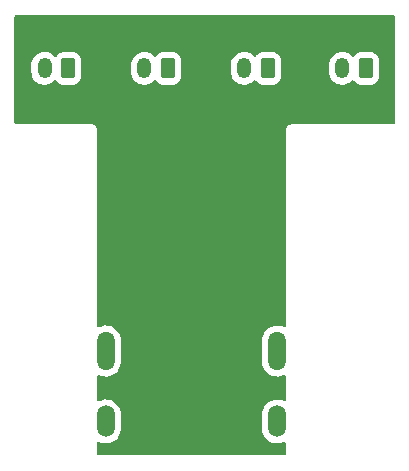
<source format=gbr>
%TF.GenerationSoftware,KiCad,Pcbnew,(6.0.5)*%
%TF.CreationDate,2022-06-07T14:01:26-06:00*%
%TF.ProjectId,21Pin_Fanout,32315069-6e5f-4466-916e-6f75742e6b69,rev?*%
%TF.SameCoordinates,Original*%
%TF.FileFunction,Copper,L2,Bot*%
%TF.FilePolarity,Positive*%
%FSLAX46Y46*%
G04 Gerber Fmt 4.6, Leading zero omitted, Abs format (unit mm)*
G04 Created by KiCad (PCBNEW (6.0.5)) date 2022-06-07 14:01:26*
%MOMM*%
%LPD*%
G01*
G04 APERTURE LIST*
G04 Aperture macros list*
%AMRoundRect*
0 Rectangle with rounded corners*
0 $1 Rounding radius*
0 $2 $3 $4 $5 $6 $7 $8 $9 X,Y pos of 4 corners*
0 Add a 4 corners polygon primitive as box body*
4,1,4,$2,$3,$4,$5,$6,$7,$8,$9,$2,$3,0*
0 Add four circle primitives for the rounded corners*
1,1,$1+$1,$2,$3*
1,1,$1+$1,$4,$5*
1,1,$1+$1,$6,$7*
1,1,$1+$1,$8,$9*
0 Add four rect primitives between the rounded corners*
20,1,$1+$1,$2,$3,$4,$5,0*
20,1,$1+$1,$4,$5,$6,$7,0*
20,1,$1+$1,$6,$7,$8,$9,0*
20,1,$1+$1,$8,$9,$2,$3,0*%
G04 Aperture macros list end*
%TA.AperFunction,ComponentPad*%
%ADD10O,1.500000X2.700000*%
%TD*%
%TA.AperFunction,ComponentPad*%
%ADD11O,1.500000X3.300000*%
%TD*%
%TA.AperFunction,ComponentPad*%
%ADD12RoundRect,0.250000X0.350000X0.625000X-0.350000X0.625000X-0.350000X-0.625000X0.350000X-0.625000X0*%
%TD*%
%TA.AperFunction,ComponentPad*%
%ADD13O,1.200000X1.750000*%
%TD*%
%TA.AperFunction,ViaPad*%
%ADD14C,0.800000*%
%TD*%
G04 APERTURE END LIST*
D10*
%TO.P,J1,20*%
%TO.N,N/C*%
X7250000Y-3396000D03*
%TO.P,J1,21*%
X-7250000Y-3396000D03*
D11*
%TO.P,J1,22*%
X7250000Y2564000D03*
%TO.P,J1,23*%
X-7250000Y2564000D03*
%TD*%
D12*
%TO.P,J3,1,Pin_1*%
%TO.N,Net-(J1-Pad10)*%
X-10450000Y26500000D03*
D13*
%TO.P,J3,2,Pin_2*%
%TO.N,Net-(J1-Pad12)*%
X-12450000Y26500000D03*
%TD*%
D12*
%TO.P,J2,1,Pin_1*%
%TO.N,Net-(J1-Pad7)*%
X-2000000Y26500000D03*
D13*
%TO.P,J2,2,Pin_2*%
%TO.N,Net-(J1-Pad9)*%
X-4000000Y26500000D03*
%TD*%
D12*
%TO.P,J4,1,Pin_1*%
%TO.N,Net-(J1-Pad1)*%
X14750000Y26500000D03*
D13*
%TO.P,J4,2,Pin_2*%
%TO.N,Net-(J1-Pad3)*%
X12750000Y26500000D03*
%TD*%
D12*
%TO.P,J5,1,Pin_1*%
%TO.N,Net-(J1-Pad4)*%
X6450000Y26500000D03*
D13*
%TO.P,J5,2,Pin_2*%
%TO.N,Net-(J1-Pad6)*%
X4450000Y26500000D03*
%TD*%
D14*
%TO.N,GND*%
X-3500000Y6000000D03*
X4284930Y8940570D03*
X2829715Y10170285D03*
X1224500Y11250000D03*
X-275500Y12750000D03*
%TD*%
%TA.AperFunction,Conductor*%
%TO.N,GND*%
G36*
X17183621Y30971498D02*
G01*
X17230114Y30917842D01*
X17241500Y30865500D01*
X17241500Y21884500D01*
X17221498Y21816379D01*
X17167842Y21769886D01*
X17115500Y21758500D01*
X8508623Y21758500D01*
X8507853Y21758502D01*
X8507037Y21758507D01*
X8430279Y21758976D01*
X8407918Y21752585D01*
X8401847Y21750850D01*
X8385085Y21747272D01*
X8355813Y21743080D01*
X8347645Y21739366D01*
X8347644Y21739366D01*
X8332438Y21732452D01*
X8314914Y21726004D01*
X8290229Y21718949D01*
X8282635Y21714157D01*
X8282632Y21714156D01*
X8265220Y21703170D01*
X8250137Y21695031D01*
X8223218Y21682792D01*
X8216416Y21676931D01*
X8203765Y21666030D01*
X8188761Y21654927D01*
X8167042Y21641224D01*
X8161103Y21634499D01*
X8161099Y21634496D01*
X8147468Y21619062D01*
X8135276Y21607018D01*
X8119673Y21593573D01*
X8119671Y21593570D01*
X8112873Y21587713D01*
X8107993Y21580184D01*
X8107992Y21580183D01*
X8098906Y21566165D01*
X8087615Y21551291D01*
X8076569Y21538783D01*
X8070622Y21532049D01*
X8064312Y21518609D01*
X8058058Y21505289D01*
X8049737Y21490309D01*
X8038529Y21473017D01*
X8038527Y21473012D01*
X8033648Y21465485D01*
X8031078Y21456892D01*
X8031076Y21456887D01*
X8026289Y21440880D01*
X8019628Y21423436D01*
X8012533Y21408324D01*
X8008719Y21400200D01*
X8007338Y21391333D01*
X8007338Y21391332D01*
X8004170Y21370985D01*
X8000387Y21354268D01*
X7994485Y21334534D01*
X7994484Y21334528D01*
X7991914Y21325934D01*
X7991859Y21316963D01*
X7991859Y21316962D01*
X7991704Y21291503D01*
X7991671Y21290711D01*
X7991500Y21289614D01*
X7991500Y21258623D01*
X7991498Y21257853D01*
X7991024Y21180279D01*
X7991408Y21178935D01*
X7991500Y21177590D01*
X7991500Y4705927D01*
X7971498Y4637806D01*
X7917842Y4591313D01*
X7847568Y4581209D01*
X7814855Y4590554D01*
X7658180Y4659330D01*
X7658167Y4659335D01*
X7653033Y4661588D01*
X7647582Y4662897D01*
X7647578Y4662898D01*
X7440046Y4712722D01*
X7440045Y4712722D01*
X7434589Y4714032D01*
X7350525Y4718879D01*
X7215917Y4726640D01*
X7215914Y4726640D01*
X7210310Y4726963D01*
X6987285Y4699975D01*
X6772565Y4633918D01*
X6767585Y4631348D01*
X6767581Y4631346D01*
X6577919Y4533454D01*
X6572936Y4530882D01*
X6394708Y4394123D01*
X6243515Y4227964D01*
X6124136Y4037656D01*
X6040344Y3829217D01*
X5994787Y3609233D01*
X5991500Y3552225D01*
X5991500Y1607001D01*
X5991749Y1604214D01*
X5991749Y1604208D01*
X5998009Y1534071D01*
X6006383Y1440238D01*
X6065663Y1223549D01*
X6162378Y1020782D01*
X6293471Y838346D01*
X6454799Y682008D01*
X6641262Y556710D01*
X6846967Y466412D01*
X6852418Y465103D01*
X6852422Y465102D01*
X7025503Y423549D01*
X7065411Y413968D01*
X7149475Y409121D01*
X7284083Y401360D01*
X7284086Y401360D01*
X7289690Y401037D01*
X7512715Y428025D01*
X7727435Y494082D01*
X7732415Y496652D01*
X7732419Y496654D01*
X7807710Y535515D01*
X7877417Y548984D01*
X7943341Y522629D01*
X7984550Y464816D01*
X7991500Y423549D01*
X7991500Y-1554073D01*
X7971498Y-1622194D01*
X7917842Y-1668687D01*
X7847568Y-1678791D01*
X7814855Y-1669446D01*
X7658180Y-1600670D01*
X7658167Y-1600665D01*
X7653033Y-1598412D01*
X7647582Y-1597103D01*
X7647578Y-1597102D01*
X7440046Y-1547278D01*
X7440045Y-1547278D01*
X7434589Y-1545968D01*
X7350525Y-1541121D01*
X7215917Y-1533360D01*
X7215914Y-1533360D01*
X7210310Y-1533037D01*
X6987285Y-1560025D01*
X6772565Y-1626082D01*
X6767585Y-1628652D01*
X6767581Y-1628654D01*
X6577919Y-1726546D01*
X6572936Y-1729118D01*
X6394708Y-1865877D01*
X6243515Y-2032036D01*
X6124136Y-2222344D01*
X6040344Y-2430783D01*
X5994787Y-2650767D01*
X5991500Y-2707775D01*
X5991500Y-4052999D01*
X5991749Y-4055786D01*
X5991749Y-4055792D01*
X5998009Y-4125929D01*
X6006383Y-4219762D01*
X6065663Y-4436451D01*
X6162378Y-4639218D01*
X6293471Y-4821654D01*
X6454799Y-4977992D01*
X6641262Y-5103290D01*
X6846967Y-5193588D01*
X6852418Y-5194897D01*
X6852422Y-5194898D01*
X7025503Y-5236451D01*
X7065411Y-5246032D01*
X7149475Y-5250879D01*
X7284083Y-5258640D01*
X7284086Y-5258640D01*
X7289690Y-5258963D01*
X7512715Y-5231975D01*
X7727435Y-5165918D01*
X7732415Y-5163348D01*
X7732419Y-5163346D01*
X7807710Y-5124485D01*
X7877417Y-5111016D01*
X7943341Y-5137371D01*
X7984550Y-5195184D01*
X7991500Y-5236451D01*
X7991500Y-6115500D01*
X7971498Y-6183621D01*
X7917842Y-6230114D01*
X7865500Y-6241500D01*
X-7865500Y-6241500D01*
X-7933621Y-6221498D01*
X-7980114Y-6167842D01*
X-7991500Y-6115500D01*
X-7991500Y-5237927D01*
X-7971498Y-5169806D01*
X-7917842Y-5123313D01*
X-7847568Y-5113209D01*
X-7814855Y-5122554D01*
X-7658180Y-5191330D01*
X-7658167Y-5191335D01*
X-7653033Y-5193588D01*
X-7647582Y-5194897D01*
X-7647578Y-5194898D01*
X-7474497Y-5236451D01*
X-7434589Y-5246032D01*
X-7350525Y-5250879D01*
X-7215917Y-5258640D01*
X-7215914Y-5258640D01*
X-7210310Y-5258963D01*
X-6987285Y-5231975D01*
X-6772565Y-5165918D01*
X-6767585Y-5163348D01*
X-6767581Y-5163346D01*
X-6577919Y-5065454D01*
X-6577918Y-5065454D01*
X-6572936Y-5062882D01*
X-6394708Y-4926123D01*
X-6243515Y-4759964D01*
X-6124136Y-4569656D01*
X-6040344Y-4361217D01*
X-5994787Y-4141233D01*
X-5991500Y-4084225D01*
X-5991500Y-2739001D01*
X-5994449Y-2705952D01*
X-6005884Y-2577833D01*
X-6006383Y-2572238D01*
X-6065663Y-2355549D01*
X-6162378Y-2152782D01*
X-6293471Y-1970346D01*
X-6454799Y-1814008D01*
X-6641262Y-1688710D01*
X-6846967Y-1598412D01*
X-6852418Y-1597103D01*
X-6852422Y-1597102D01*
X-7059954Y-1547278D01*
X-7059955Y-1547278D01*
X-7065411Y-1545968D01*
X-7149475Y-1541121D01*
X-7284083Y-1533360D01*
X-7284086Y-1533360D01*
X-7289690Y-1533037D01*
X-7512715Y-1560025D01*
X-7727435Y-1626082D01*
X-7732415Y-1628652D01*
X-7732419Y-1628654D01*
X-7807710Y-1667515D01*
X-7877417Y-1680984D01*
X-7943341Y-1654629D01*
X-7984550Y-1596816D01*
X-7991500Y-1555549D01*
X-7991500Y422073D01*
X-7971498Y490194D01*
X-7917842Y536687D01*
X-7847568Y546791D01*
X-7814855Y537446D01*
X-7658180Y468670D01*
X-7658167Y468665D01*
X-7653033Y466412D01*
X-7647582Y465103D01*
X-7647578Y465102D01*
X-7474497Y423549D01*
X-7434589Y413968D01*
X-7350525Y409121D01*
X-7215917Y401360D01*
X-7215914Y401360D01*
X-7210310Y401037D01*
X-6987285Y428025D01*
X-6772565Y494082D01*
X-6767585Y496652D01*
X-6767581Y496654D01*
X-6577919Y594546D01*
X-6577918Y594546D01*
X-6572936Y597118D01*
X-6394708Y733877D01*
X-6243515Y900036D01*
X-6124136Y1090344D01*
X-6040344Y1298783D01*
X-5994787Y1518767D01*
X-5991500Y1575775D01*
X-5991500Y3520999D01*
X-5994449Y3554048D01*
X-6005884Y3682167D01*
X-6006383Y3687762D01*
X-6065663Y3904451D01*
X-6162378Y4107218D01*
X-6293471Y4289654D01*
X-6454799Y4445992D01*
X-6641262Y4571290D01*
X-6846967Y4661588D01*
X-6852418Y4662897D01*
X-6852422Y4662898D01*
X-7059954Y4712722D01*
X-7059955Y4712722D01*
X-7065411Y4714032D01*
X-7149475Y4718879D01*
X-7284083Y4726640D01*
X-7284086Y4726640D01*
X-7289690Y4726963D01*
X-7512715Y4699975D01*
X-7727435Y4633918D01*
X-7732415Y4631348D01*
X-7732419Y4631346D01*
X-7807710Y4592485D01*
X-7877417Y4579016D01*
X-7943341Y4605371D01*
X-7984550Y4663184D01*
X-7991500Y4704451D01*
X-7991500Y21241377D01*
X-7991498Y21242147D01*
X-7991200Y21290898D01*
X-7991024Y21319721D01*
X-7999150Y21348153D01*
X-8002728Y21364915D01*
X-8005648Y21385302D01*
X-8006920Y21394187D01*
X-8017549Y21417564D01*
X-8023996Y21435087D01*
X-8028584Y21451138D01*
X-8031051Y21459771D01*
X-8035844Y21467368D01*
X-8046830Y21484780D01*
X-8054970Y21499865D01*
X-8057436Y21505289D01*
X-8067208Y21526782D01*
X-8083970Y21546235D01*
X-8095073Y21561239D01*
X-8108776Y21582958D01*
X-8115501Y21588897D01*
X-8115504Y21588901D01*
X-8130938Y21602532D01*
X-8142982Y21614724D01*
X-8156427Y21630327D01*
X-8156430Y21630329D01*
X-8162287Y21637127D01*
X-8175991Y21646010D01*
X-8183835Y21651094D01*
X-8198709Y21662385D01*
X-8211217Y21673431D01*
X-8211218Y21673432D01*
X-8217951Y21679378D01*
X-8244713Y21691943D01*
X-8259691Y21700263D01*
X-8276983Y21711471D01*
X-8276988Y21711473D01*
X-8284515Y21716352D01*
X-8293108Y21718922D01*
X-8293113Y21718924D01*
X-8309120Y21723711D01*
X-8326564Y21730372D01*
X-8341676Y21737467D01*
X-8341678Y21737468D01*
X-8349800Y21741281D01*
X-8358667Y21742662D01*
X-8358668Y21742662D01*
X-8369522Y21744352D01*
X-8379017Y21745830D01*
X-8395732Y21749613D01*
X-8415466Y21755515D01*
X-8415472Y21755516D01*
X-8424066Y21758086D01*
X-8433037Y21758141D01*
X-8433038Y21758141D01*
X-8443097Y21758202D01*
X-8458506Y21758296D01*
X-8459289Y21758329D01*
X-8460386Y21758500D01*
X-8491377Y21758500D01*
X-8492147Y21758502D01*
X-8565785Y21758952D01*
X-8565786Y21758952D01*
X-8569721Y21758976D01*
X-8571065Y21758592D01*
X-8572410Y21758500D01*
X-14865500Y21758500D01*
X-14933621Y21778502D01*
X-14980114Y21832158D01*
X-14991500Y21884500D01*
X-14991500Y26172154D01*
X-13558500Y26172154D01*
X-13543452Y26014434D01*
X-13483908Y25811466D01*
X-13481164Y25806139D01*
X-13481164Y25806138D01*
X-13433509Y25713611D01*
X-13387058Y25623420D01*
X-13256396Y25457080D01*
X-13251865Y25453148D01*
X-13251862Y25453145D01*
X-13165942Y25378588D01*
X-13096637Y25318448D01*
X-13091451Y25315448D01*
X-13091447Y25315445D01*
X-12995043Y25259674D01*
X-12913546Y25212527D01*
X-12713729Y25143139D01*
X-12707794Y25142278D01*
X-12707792Y25142278D01*
X-12510336Y25113648D01*
X-12510333Y25113648D01*
X-12504396Y25112787D01*
X-12293101Y25122567D01*
X-12161923Y25154181D01*
X-12093299Y25170719D01*
X-12093297Y25170720D01*
X-12087466Y25172125D01*
X-12082008Y25174607D01*
X-12082004Y25174608D01*
X-11966959Y25226916D01*
X-11894913Y25259674D01*
X-11722389Y25382054D01*
X-11718247Y25386381D01*
X-11718241Y25386386D01*
X-11631194Y25477317D01*
X-11569639Y25512694D01*
X-11498730Y25509175D01*
X-11440979Y25467879D01*
X-11433035Y25456496D01*
X-11398478Y25400652D01*
X-11273303Y25275695D01*
X-11267073Y25271855D01*
X-11267072Y25271854D01*
X-11129910Y25187306D01*
X-11122738Y25182885D01*
X-11097783Y25174608D01*
X-10961389Y25129368D01*
X-10961387Y25129368D01*
X-10954861Y25127203D01*
X-10948025Y25126503D01*
X-10948022Y25126502D01*
X-10909614Y25122567D01*
X-10850400Y25116500D01*
X-10049600Y25116500D01*
X-10046354Y25116837D01*
X-10046350Y25116837D01*
X-9950692Y25126762D01*
X-9950688Y25126763D01*
X-9943834Y25127474D01*
X-9937298Y25129655D01*
X-9937296Y25129655D01*
X-9802557Y25174608D01*
X-9776054Y25183450D01*
X-9625652Y25276522D01*
X-9500695Y25401697D01*
X-9463648Y25461798D01*
X-9411725Y25546032D01*
X-9411724Y25546034D01*
X-9407885Y25552262D01*
X-9352203Y25720139D01*
X-9341500Y25824600D01*
X-9341500Y26172154D01*
X-5108500Y26172154D01*
X-5093452Y26014434D01*
X-5033908Y25811466D01*
X-5031164Y25806139D01*
X-5031164Y25806138D01*
X-4983509Y25713611D01*
X-4937058Y25623420D01*
X-4806396Y25457080D01*
X-4801865Y25453148D01*
X-4801862Y25453145D01*
X-4715942Y25378588D01*
X-4646637Y25318448D01*
X-4641451Y25315448D01*
X-4641447Y25315445D01*
X-4545043Y25259674D01*
X-4463546Y25212527D01*
X-4263729Y25143139D01*
X-4257794Y25142278D01*
X-4257792Y25142278D01*
X-4060336Y25113648D01*
X-4060333Y25113648D01*
X-4054396Y25112787D01*
X-3843101Y25122567D01*
X-3711923Y25154181D01*
X-3643299Y25170719D01*
X-3643297Y25170720D01*
X-3637466Y25172125D01*
X-3632008Y25174607D01*
X-3632004Y25174608D01*
X-3516959Y25226916D01*
X-3444913Y25259674D01*
X-3272389Y25382054D01*
X-3268247Y25386381D01*
X-3268241Y25386386D01*
X-3181194Y25477317D01*
X-3119639Y25512694D01*
X-3048730Y25509175D01*
X-2990979Y25467879D01*
X-2983035Y25456496D01*
X-2948478Y25400652D01*
X-2823303Y25275695D01*
X-2817073Y25271855D01*
X-2817072Y25271854D01*
X-2679910Y25187306D01*
X-2672738Y25182885D01*
X-2647783Y25174608D01*
X-2511389Y25129368D01*
X-2511387Y25129368D01*
X-2504861Y25127203D01*
X-2498025Y25126503D01*
X-2498022Y25126502D01*
X-2459614Y25122567D01*
X-2400400Y25116500D01*
X-1599600Y25116500D01*
X-1596354Y25116837D01*
X-1596350Y25116837D01*
X-1500692Y25126762D01*
X-1500688Y25126763D01*
X-1493834Y25127474D01*
X-1487298Y25129655D01*
X-1487296Y25129655D01*
X-1352557Y25174608D01*
X-1326054Y25183450D01*
X-1175652Y25276522D01*
X-1050695Y25401697D01*
X-1013648Y25461798D01*
X-961725Y25546032D01*
X-961724Y25546034D01*
X-957885Y25552262D01*
X-902203Y25720139D01*
X-891500Y25824600D01*
X-891500Y26172154D01*
X3341500Y26172154D01*
X3356548Y26014434D01*
X3416092Y25811466D01*
X3418836Y25806139D01*
X3418836Y25806138D01*
X3466491Y25713611D01*
X3512942Y25623420D01*
X3643604Y25457080D01*
X3648135Y25453148D01*
X3648138Y25453145D01*
X3734058Y25378588D01*
X3803363Y25318448D01*
X3808549Y25315448D01*
X3808553Y25315445D01*
X3904957Y25259674D01*
X3986454Y25212527D01*
X4186271Y25143139D01*
X4192206Y25142278D01*
X4192208Y25142278D01*
X4389664Y25113648D01*
X4389667Y25113648D01*
X4395604Y25112787D01*
X4606899Y25122567D01*
X4738077Y25154181D01*
X4806701Y25170719D01*
X4806703Y25170720D01*
X4812534Y25172125D01*
X4817992Y25174607D01*
X4817996Y25174608D01*
X4933041Y25226916D01*
X5005087Y25259674D01*
X5177611Y25382054D01*
X5181753Y25386381D01*
X5181759Y25386386D01*
X5268806Y25477317D01*
X5330361Y25512694D01*
X5401270Y25509175D01*
X5459021Y25467879D01*
X5466965Y25456496D01*
X5501522Y25400652D01*
X5626697Y25275695D01*
X5632927Y25271855D01*
X5632928Y25271854D01*
X5770090Y25187306D01*
X5777262Y25182885D01*
X5802217Y25174608D01*
X5938611Y25129368D01*
X5938613Y25129368D01*
X5945139Y25127203D01*
X5951975Y25126503D01*
X5951978Y25126502D01*
X5990386Y25122567D01*
X6049600Y25116500D01*
X6850400Y25116500D01*
X6853646Y25116837D01*
X6853650Y25116837D01*
X6949308Y25126762D01*
X6949312Y25126763D01*
X6956166Y25127474D01*
X6962702Y25129655D01*
X6962704Y25129655D01*
X7097443Y25174608D01*
X7123946Y25183450D01*
X7274348Y25276522D01*
X7399305Y25401697D01*
X7436352Y25461798D01*
X7488275Y25546032D01*
X7488276Y25546034D01*
X7492115Y25552262D01*
X7547797Y25720139D01*
X7558500Y25824600D01*
X7558500Y26172154D01*
X11641500Y26172154D01*
X11656548Y26014434D01*
X11716092Y25811466D01*
X11718836Y25806139D01*
X11718836Y25806138D01*
X11766491Y25713611D01*
X11812942Y25623420D01*
X11943604Y25457080D01*
X11948135Y25453148D01*
X11948138Y25453145D01*
X12034058Y25378588D01*
X12103363Y25318448D01*
X12108549Y25315448D01*
X12108553Y25315445D01*
X12204957Y25259674D01*
X12286454Y25212527D01*
X12486271Y25143139D01*
X12492206Y25142278D01*
X12492208Y25142278D01*
X12689664Y25113648D01*
X12689667Y25113648D01*
X12695604Y25112787D01*
X12906899Y25122567D01*
X13038077Y25154181D01*
X13106701Y25170719D01*
X13106703Y25170720D01*
X13112534Y25172125D01*
X13117992Y25174607D01*
X13117996Y25174608D01*
X13233041Y25226916D01*
X13305087Y25259674D01*
X13477611Y25382054D01*
X13481753Y25386381D01*
X13481759Y25386386D01*
X13568806Y25477317D01*
X13630361Y25512694D01*
X13701270Y25509175D01*
X13759021Y25467879D01*
X13766965Y25456496D01*
X13801522Y25400652D01*
X13926697Y25275695D01*
X13932927Y25271855D01*
X13932928Y25271854D01*
X14070090Y25187306D01*
X14077262Y25182885D01*
X14102217Y25174608D01*
X14238611Y25129368D01*
X14238613Y25129368D01*
X14245139Y25127203D01*
X14251975Y25126503D01*
X14251978Y25126502D01*
X14290386Y25122567D01*
X14349600Y25116500D01*
X15150400Y25116500D01*
X15153646Y25116837D01*
X15153650Y25116837D01*
X15249308Y25126762D01*
X15249312Y25126763D01*
X15256166Y25127474D01*
X15262702Y25129655D01*
X15262704Y25129655D01*
X15397443Y25174608D01*
X15423946Y25183450D01*
X15574348Y25276522D01*
X15699305Y25401697D01*
X15736352Y25461798D01*
X15788275Y25546032D01*
X15788276Y25546034D01*
X15792115Y25552262D01*
X15847797Y25720139D01*
X15858500Y25824600D01*
X15858500Y27175400D01*
X15847526Y27281166D01*
X15843749Y27292489D01*
X15793868Y27441998D01*
X15791550Y27448946D01*
X15698478Y27599348D01*
X15573303Y27724305D01*
X15470826Y27787473D01*
X15428968Y27813275D01*
X15428966Y27813276D01*
X15422738Y27817115D01*
X15262254Y27870345D01*
X15261389Y27870632D01*
X15261387Y27870632D01*
X15254861Y27872797D01*
X15248025Y27873497D01*
X15248022Y27873498D01*
X15204969Y27877909D01*
X15150400Y27883500D01*
X14349600Y27883500D01*
X14346354Y27883163D01*
X14346350Y27883163D01*
X14250692Y27873238D01*
X14250688Y27873237D01*
X14243834Y27872526D01*
X14237298Y27870345D01*
X14237296Y27870345D01*
X14114213Y27829281D01*
X14076054Y27816550D01*
X13925652Y27723478D01*
X13800695Y27598303D01*
X13796855Y27592073D01*
X13796854Y27592072D01*
X13768926Y27546764D01*
X13716154Y27499271D01*
X13646082Y27487847D01*
X13580958Y27516121D01*
X13562582Y27535045D01*
X13556396Y27542920D01*
X13551865Y27546852D01*
X13551862Y27546855D01*
X13401167Y27677621D01*
X13396637Y27681552D01*
X13391451Y27684552D01*
X13391447Y27684555D01*
X13218742Y27784467D01*
X13213546Y27787473D01*
X13013729Y27856861D01*
X13007794Y27857722D01*
X13007792Y27857722D01*
X12810336Y27886352D01*
X12810333Y27886352D01*
X12804396Y27887213D01*
X12593101Y27877433D01*
X12461923Y27845819D01*
X12393299Y27829281D01*
X12393297Y27829280D01*
X12387466Y27827875D01*
X12382008Y27825393D01*
X12382004Y27825392D01*
X12266959Y27773084D01*
X12194913Y27740326D01*
X12022389Y27617946D01*
X11876119Y27465150D01*
X11761380Y27287452D01*
X11682314Y27091263D01*
X11641772Y26883663D01*
X11641500Y26878101D01*
X11641500Y26172154D01*
X7558500Y26172154D01*
X7558500Y27175400D01*
X7547526Y27281166D01*
X7543749Y27292489D01*
X7493868Y27441998D01*
X7491550Y27448946D01*
X7398478Y27599348D01*
X7273303Y27724305D01*
X7170826Y27787473D01*
X7128968Y27813275D01*
X7128966Y27813276D01*
X7122738Y27817115D01*
X6962254Y27870345D01*
X6961389Y27870632D01*
X6961387Y27870632D01*
X6954861Y27872797D01*
X6948025Y27873497D01*
X6948022Y27873498D01*
X6904969Y27877909D01*
X6850400Y27883500D01*
X6049600Y27883500D01*
X6046354Y27883163D01*
X6046350Y27883163D01*
X5950692Y27873238D01*
X5950688Y27873237D01*
X5943834Y27872526D01*
X5937298Y27870345D01*
X5937296Y27870345D01*
X5814213Y27829281D01*
X5776054Y27816550D01*
X5625652Y27723478D01*
X5500695Y27598303D01*
X5496855Y27592073D01*
X5496854Y27592072D01*
X5468926Y27546764D01*
X5416154Y27499271D01*
X5346082Y27487847D01*
X5280958Y27516121D01*
X5262582Y27535045D01*
X5256396Y27542920D01*
X5251865Y27546852D01*
X5251862Y27546855D01*
X5101167Y27677621D01*
X5096637Y27681552D01*
X5091451Y27684552D01*
X5091447Y27684555D01*
X4918742Y27784467D01*
X4913546Y27787473D01*
X4713729Y27856861D01*
X4707794Y27857722D01*
X4707792Y27857722D01*
X4510336Y27886352D01*
X4510333Y27886352D01*
X4504396Y27887213D01*
X4293101Y27877433D01*
X4161923Y27845819D01*
X4093299Y27829281D01*
X4093297Y27829280D01*
X4087466Y27827875D01*
X4082008Y27825393D01*
X4082004Y27825392D01*
X3966959Y27773084D01*
X3894913Y27740326D01*
X3722389Y27617946D01*
X3576119Y27465150D01*
X3461380Y27287452D01*
X3382314Y27091263D01*
X3341772Y26883663D01*
X3341500Y26878101D01*
X3341500Y26172154D01*
X-891500Y26172154D01*
X-891500Y27175400D01*
X-902474Y27281166D01*
X-906251Y27292489D01*
X-956132Y27441998D01*
X-958450Y27448946D01*
X-1051522Y27599348D01*
X-1176697Y27724305D01*
X-1279174Y27787473D01*
X-1321032Y27813275D01*
X-1321034Y27813276D01*
X-1327262Y27817115D01*
X-1487746Y27870345D01*
X-1488611Y27870632D01*
X-1488613Y27870632D01*
X-1495139Y27872797D01*
X-1501975Y27873497D01*
X-1501978Y27873498D01*
X-1545031Y27877909D01*
X-1599600Y27883500D01*
X-2400400Y27883500D01*
X-2403646Y27883163D01*
X-2403650Y27883163D01*
X-2499308Y27873238D01*
X-2499312Y27873237D01*
X-2506166Y27872526D01*
X-2512702Y27870345D01*
X-2512704Y27870345D01*
X-2635787Y27829281D01*
X-2673946Y27816550D01*
X-2824348Y27723478D01*
X-2949305Y27598303D01*
X-2953145Y27592073D01*
X-2953146Y27592072D01*
X-2981074Y27546764D01*
X-3033846Y27499271D01*
X-3103918Y27487847D01*
X-3169042Y27516121D01*
X-3187418Y27535045D01*
X-3193604Y27542920D01*
X-3198135Y27546852D01*
X-3198138Y27546855D01*
X-3348833Y27677621D01*
X-3353363Y27681552D01*
X-3358549Y27684552D01*
X-3358553Y27684555D01*
X-3531258Y27784467D01*
X-3536454Y27787473D01*
X-3736271Y27856861D01*
X-3742206Y27857722D01*
X-3742208Y27857722D01*
X-3939664Y27886352D01*
X-3939667Y27886352D01*
X-3945604Y27887213D01*
X-4156899Y27877433D01*
X-4288077Y27845819D01*
X-4356701Y27829281D01*
X-4356703Y27829280D01*
X-4362534Y27827875D01*
X-4367992Y27825393D01*
X-4367996Y27825392D01*
X-4483041Y27773084D01*
X-4555087Y27740326D01*
X-4727611Y27617946D01*
X-4873881Y27465150D01*
X-4988620Y27287452D01*
X-5067686Y27091263D01*
X-5108228Y26883663D01*
X-5108500Y26878101D01*
X-5108500Y26172154D01*
X-9341500Y26172154D01*
X-9341500Y27175400D01*
X-9352474Y27281166D01*
X-9356251Y27292489D01*
X-9406132Y27441998D01*
X-9408450Y27448946D01*
X-9501522Y27599348D01*
X-9626697Y27724305D01*
X-9729174Y27787473D01*
X-9771032Y27813275D01*
X-9771034Y27813276D01*
X-9777262Y27817115D01*
X-9937746Y27870345D01*
X-9938611Y27870632D01*
X-9938613Y27870632D01*
X-9945139Y27872797D01*
X-9951975Y27873497D01*
X-9951978Y27873498D01*
X-9995031Y27877909D01*
X-10049600Y27883500D01*
X-10850400Y27883500D01*
X-10853646Y27883163D01*
X-10853650Y27883163D01*
X-10949308Y27873238D01*
X-10949312Y27873237D01*
X-10956166Y27872526D01*
X-10962702Y27870345D01*
X-10962704Y27870345D01*
X-11085787Y27829281D01*
X-11123946Y27816550D01*
X-11274348Y27723478D01*
X-11399305Y27598303D01*
X-11403145Y27592073D01*
X-11403146Y27592072D01*
X-11431074Y27546764D01*
X-11483846Y27499271D01*
X-11553918Y27487847D01*
X-11619042Y27516121D01*
X-11637418Y27535045D01*
X-11643604Y27542920D01*
X-11648135Y27546852D01*
X-11648138Y27546855D01*
X-11798833Y27677621D01*
X-11803363Y27681552D01*
X-11808549Y27684552D01*
X-11808553Y27684555D01*
X-11981258Y27784467D01*
X-11986454Y27787473D01*
X-12186271Y27856861D01*
X-12192206Y27857722D01*
X-12192208Y27857722D01*
X-12389664Y27886352D01*
X-12389667Y27886352D01*
X-12395604Y27887213D01*
X-12606899Y27877433D01*
X-12738077Y27845819D01*
X-12806701Y27829281D01*
X-12806703Y27829280D01*
X-12812534Y27827875D01*
X-12817992Y27825393D01*
X-12817996Y27825392D01*
X-12933041Y27773084D01*
X-13005087Y27740326D01*
X-13177611Y27617946D01*
X-13323881Y27465150D01*
X-13438620Y27287452D01*
X-13517686Y27091263D01*
X-13558228Y26883663D01*
X-13558500Y26878101D01*
X-13558500Y26172154D01*
X-14991500Y26172154D01*
X-14991500Y30865500D01*
X-14971498Y30933621D01*
X-14917842Y30980114D01*
X-14865500Y30991500D01*
X17115500Y30991500D01*
X17183621Y30971498D01*
G37*
%TD.AperFunction*%
%TD*%
M02*

</source>
